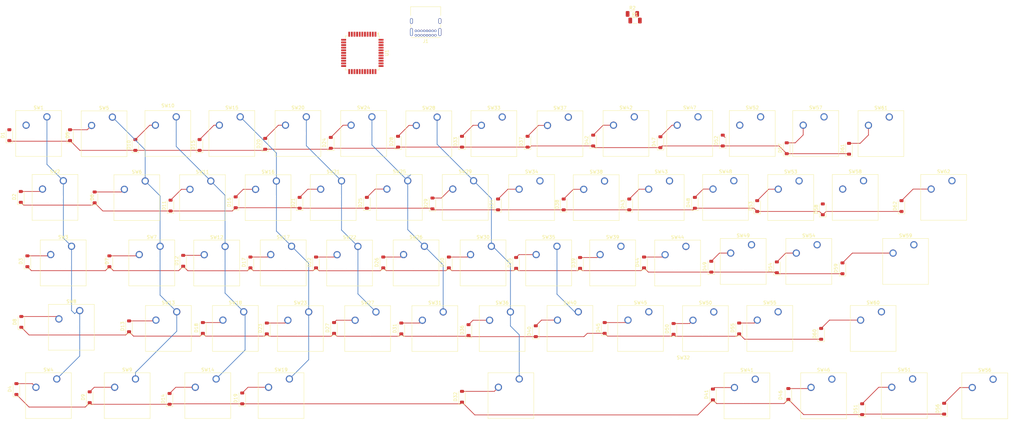
<source format=kicad_pcb>
(kicad_pcb (version 20240108) (generator "pcbnew") (generator_version "8.0")
  (layers (0 "F.Cu" signal) (31 "B.Cu" signal) (34 "B.Paste" user) (35 "F.Paste" user) (36 "B.SilkS" user "B.Silkscreen") (37 "F.SilkS" user "F.Silkscreen") (38 "B.Mask" user) (39 "F.Mask" user) (44 "Edge.Cuts" user))
  (net 0 "")
  (net 1 "Net-(D1-A)")
  (net 2 "Net-(D1-K)")
  (net 3 "Net-(D2-A)")
  (net 4 "Net-(D11-K)")
  (net 5 "Net-(D3-A)")
  (net 6 "Net-(D12-K)")
  (net 7 "Net-(D14-K)")
  (net 8 "Net-(D4-A)")
  (net 9 "Net-(D5-A)")
  (net 10 "Net-(D6-A)")
  (net 11 "Net-(D7-A)")
  (net 12 "Net-(D8-A)")
  (net 13 "Net-(D13-K)")
  (net 14 "Net-(D9-A)")
  (net 15 "Net-(D10-A)")
  (net 16 "Net-(D11-A)")
  (net 17 "Net-(D12-A)")
  (net 18 "Net-(D13-A)")
  (net 19 "Net-(D14-A)")
  (net 20 "Net-(D15-A)")
  (net 21 "Net-(D16-A)")
  (net 22 "Net-(D17-A)")
  (net 23 "Net-(D18-A)")
  (net 24 "Net-(D19-A)")
  (net 25 "Net-(D20-A)")
  (net 26 "Net-(D21-A)")
  (net 27 "Net-(D22-A)")
  (net 28 "Net-(D23-A)")
  (net 29 "Net-(D24-A)")
  (net 30 "Net-(D25-A)")
  (net 31 "Net-(D26-A)")
  (net 32 "Net-(D27-A)")
  (net 33 "Net-(D28-A)")
  (net 34 "Net-(D29-A)")
  (net 35 "Net-(D30-A)")
  (net 36 "Net-(D31-A)")
  (net 37 "Net-(D32-A)")
  (net 38 "Net-(D33-A)")
  (net 39 "Net-(D34-A)")
  (net 40 "Net-(D35-A)")
  (net 41 "Net-(D36-A)")
  (net 42 "Net-(D37-A)")
  (net 43 "Net-(D38-A)")
  (net 44 "Net-(D39-A)")
  (net 45 "Net-(D40-A)")
  (net 46 "Net-(D41-A)")
  (net 47 "Net-(D42-A)")
  (net 48 "Net-(D43-A)")
  (net 49 "Net-(D44-A)")
  (net 50 "Net-(D46-A)")
  (net 51 "Net-(D47-A)")
  (net 52 "Net-(D48-A)")
  (net 53 "Net-(D49-A)")
  (net 54 "Net-(D50-A)")
  (net 55 "Net-(D51-A)")
  (net 56 "Net-(D52-A)")
  (net 57 "Net-(D53-A)")
  (net 58 "Net-(D54-A)")
  (net 59 "Net-(D55-A)")
  (net 60 "Net-(D56-A)")
  (net 61 "Net-(D57-A)")
  (net 62 "Net-(D58-A)")
  (net 63 "Net-(D59-A)")
  (net 64 "Net-(D60-A)")
  (net 65 "Net-(D61-A)")
  (net 66 "Net-(D62-A)")
  (net 67 "Net-(J1-SHIELD)")
  (net 68 "Net-(U1-VBUS)")
  (net 69 "Net-(U1-D+)")
  (net 70 "Net-(J1-CC1)")
  (net 71 "Net-(U1-D-)")
  (net 72 "Net-(J1-CC2)")
  (net 73 "Net-(U1-~{HWB}{slash}PE2)")
  (net 74 "Net-(U1-PD7)")
  (net 75 "Net-(U1-PD6)")
  (net 76 "Net-(U1-PD5)")
  (net 77 "Net-(U1-PD4)")
  (net 78 "Net-(U1-PD3)")
  (net 79 "Net-(U1-PD2)")
  (net 80 "Net-(U1-PD1)")
  (net 81 "Net-(U1-PC7)")
  (net 82 "Net-(U1-PB7)")
  (net 83 "Net-(U1-PB6)")
  (net 84 "Net-(U1-PB5)")
  (net 87 "Net-(U1-VCC-Pad14)")
  (net 98 "Net-(U1-AVCC-Pad24)")
  (net 101 "Net-(D45-A)")
  (net 102 "Net-(U1-PD0)")
  (net 103 "Net-(U1-PC6)")
  (footprint "Button_Switch_Keyboard:SW_Cherry_MX_1.00u_PCB" (layer "F.Cu") (at 41 55)
    (property "Reference" "SW5")
    (property "Value" "1")
  )
  (footprint "Diode_SMD:D_SOD-123" (layer "F.Cu") (at 138.58 81.35 90)
    (property "Reference" "D29")
    (property "Value" "D")
  )
  (footprint "Diode_SMD:D_SOD-123" (layer "F.Cu") (at 257.58 83.15 90)
    (property "Reference" "D58")
    (property "Value" "D")
  )
  (footprint "Diode_SMD:D_SOD-123" (layer "F.Cu") (at 227.08 62.15 90)
    (property "Reference" "D52")
    (property "Value" "D")
  )
  (footprint "Button_Switch_Keyboard:SW_Cherry_MX_1.00u_PCB" (layer "F.Cu") (at 136.12 94.42)
    (property "Reference" "SW26")
    (property "Value" "g")
  )
  (footprint "Button_Switch_Keyboard:SW_Cherry_MX_1.00u_PCB" (layer "F.Cu") (at 200.12 54.92)
    (property "Reference" "SW42")
    (property "Value" "9")
  )
  (footprint "Button_Switch_Keyboard:SW_Cherry_MX_1.00u_PCB" (layer "F.Cu") (at 151.12 74.42)
    (property "Reference" "SW29")
    (property "Value" "y")
  )
  (footprint "Button_Switch_Keyboard:SW_Cherry_MX_1.00u_PCB" (layer "F.Cu") (at 95.62 94.42)
    (property "Reference" "SW17")
    (property "Value" "d")
  )
  (footprint "Diode_SMD:D_SOD-123" (layer "F.Cu") (at 294.58 144 90)
    (property "Reference" "D56")
    (property "Value" "D")
  )
  (footprint "Button_Switch_Keyboard:SW_Cherry_MX_1.00u_PCB" (layer "F.Cu") (at 121.35 114.46)
    (property "Reference" "SW27")
    (property "Value" "v")
  )
  (footprint "Diode_SMD:D_SOD-123" (layer "F.Cu") (at 281.58 82.15 90)
    (property "Reference" "D62")
    (property "Value" "D")
  )
  (footprint "Button_Switch_Keyboard:SW_Cherry_MX_1.00u_PCB" (layer "F.Cu") (at 215.85 94.46)
    (property "Reference" "SW44")
    (property "Value" "l")
  )
  (footprint "Resistor_SMD:R_1206_3216Metric" (layer "F.Cu") (at 200.3475 25.52)
    (property "Reference" "R1")
    (property "Value" "R5.1k")
  )
  (footprint "Diode_SMD:D_SOD-123" (layer "F.Cu") (at 35.58 79.5 90)
    (property "Reference" "D6")
    (property "Value" "D")
  )
  (footprint "Button_Switch_Keyboard:SW_Cherry_MX_2.00u_PCB" (layer "F.Cu") (at 31.04 114.0625)
    (property "Reference" "SW8")
    (property "Value" "Shift")
  )
  (footprint "Button_Switch_Keyboard:SW_Cherry_MX_2.25u_PCB" (layer "F.Cu") (at 275.46 114.42)
    (property "Reference" "SW60")
    (property "Value" "shift")
  )
  (footprint "Diode_SMD:D_SOD-123" (layer "F.Cu") (at 128.08 62.5 90)
    (property "Reference" "D28")
    (property "Value" "D")
  )
  (footprint "Package_QFP:TQFP-44_10x10mm_P0.8mm" (layer "F.Cu") (at 117.2 35.4 -90)
    (property "Reference" "U1")
    (property "Value" "ATmega32U4-A")
  )
  (footprint "Button_Switch_Keyboard:SW_Cherry_MX_1.00u_PCB" (layer "F.Cu") (at 180 55)
    (property "Reference" "SW37")
    (property "Value" "8")
  )
  (footprint "Button_Switch_Keyboard:SW_Cherry_MX_1.00u_PCB" (layer "F.Cu") (at 141.85 114.46)
    (property "Reference" "SW31")
    (property "Value" "b")
  )
  (footprint "Diode_SMD:D_SOD-123" (layer "F.Cu") (at 269.58 144.15 90)
    (property "Reference" "D51")
    (property "Value" "D")
  )
  (footprint "Diode_SMD:D_SOD-123" (layer "F.Cu") (at 48 63.5 90)
    (property "Reference" "D10")
    (property "Value" "D")
  )
  (footprint "Diode_SMD:D_SOD-123" (layer "F.Cu") (at 103.08 99.35 90)
    (property "Reference" "D22")
    (property "Value" "D")
  )
  (footprint "Diode_SMD:D_SOD-123" (layer "F.Cu") (at 147.58 140.35 90)
    (property "Reference" "D32")
    (property "Value" "D")
  )
  (footprint "Diode_SMD:D_SOD-123" (layer "F.Cu") (at 237.58 82.15 90)
    (property "Reference" "D53")
    (property "Value" "D")
  )
  (footprint "Button_Switch_Keyboard:SW_Cherry_MX_1.00u_PCB" (layer "F.Cu") (at 55.54 94.42)
    (property "Reference" "SW7")
    (property "Value" "a")
  )
  (footprint "Diode_SMD:D_SOD-123" (layer "F.Cu") (at 80.58 140.85 90)
    (property "Reference" "D19")
    (property "Value" "D")
  )
  (footprint "Button_Switch_Keyboard:SW_Cherry_MX_1.00u_PCB" (layer "F.Cu") (at 159.85 54.96)
    (property "Reference" "SW33")
    (property "Value" "7")
  )
  (footprint "Button_Switch_Keyboard:SW_Cherry_MX_1.00u_PCB" (layer "F.Cu") (at 79.96 54.92)
    (property "Reference" "SW15")
    (property "Value" "3")
  )
  (footprint "Button_Switch_Keyboard:SW_Cherry_MX_1.00u_PCB" (layer "F.Cu") (at 224.35 114.46)
    (property "Reference" "SW50")
    (property "Value" ".")
  )
  (footprint "Diode_SMD:D_SOD-123" (layer "F.Cu") (at 68.58 119.35 90)
    (property "Reference" "D18")
    (property "Value" "D")
  )
  (footprint "Diode_SMD:D_SOD-123" (layer "F.Cu") (at 149.58 120 90)
    (property "Reference" "D36")
    (property "Value" "D")
  )
  (footprint "Button_Switch_Keyboard:SW_Cherry_MX_1.00u_PCB" (layer "F.Cu") (at 110.85 74.46)
    (property "Reference" "SW21")
    (property "Value" "r")
  )
  (footprint "Diode_SMD:D_SOD-123" (layer "F.Cu") (at 170.08 120.35 90)
    (property "Reference" "D40")
    (property "Value" "D")
  )
  (footprint "Diode_SMD:D_SOD-123" (layer "F.Cu") (at 78.58 81 90)
    (property "Reference" "D16")
    (property "Value" "D")
  )
  (footprint "Diode_SMD:D_SOD-123" (layer "F.Cu") (at 28.08 60.5 90)
    (property "Reference" "D5")
    (property "Value" "D")
  )
  (footprint "Diode_SMD:D_SOD-123" (layer "F.Cu") (at 147.58 62.5 90)
    (property "Reference" "D33")
    (property "Value" "D")
  )
  (footprint "Button_Switch_Keyboard:SW_Cherry_MX_6.25u_PCB" (layer "F.Cu") (at 165.04 134.92)
    (property "Reference" "SW32")
    (property "Value" "Space")
  )
  (footprint "Button_Switch_Keyboard:SW_Cherry_MX_1.00u_PCB" (layer "F.Cu") (at 100.85 114.46)
    (property "Reference" "SW23")
    (property "Value" "c")
  )
  (footprint "Button_Switch_Keyboard:SW_Cherry_MX_1.00u_PCB" (layer "F.Cu") (at 131.04 74.42)
    (property "Reference" "SW25")
    (property "Value" "t")
  )
  (footprint "Diode_SMD:D_SOD-123" (layer "F.Cu") (at 13.23 117.5 90)
    (property "Reference" "D8")
    (property "Value" "D")
  )
  (footprint "Diode_SMD:D_SOD-123" (layer "F.Cu") (at 129.08 119.5 90)
    (property "Reference" "D31")
    (property "Value" "D")
  )
  (footprint "Button_Switch_Keyboard:SW_Cherry_MX_1.00u_PCB" (layer "F.Cu") (at 156.54 94.42)
    (property "Reference" "SW30")
    (property "Value" "h")
  )
  (footprint "Diode_SMD:D_SOD-123" (layer "F.Cu") (at 83.08 99.35 90)
    (property "Reference" "D17")
    (property "Value" "D")
  )
  (footprint "Connector_USB:USB_C_Receptacle_GCT_USB4085" (layer "F.Cu") (at 139.475 30.025 180)
    (property "Reference" "J1")
    (property "Value" "USB_C_Receptacle_USB2.0_14P")
  )
  (footprint "Button_Switch_Keyboard:SW_Cherry_MX_1.00u_PCB" (layer "F.Cu") (at 60.46 54.92)
    (property "Reference" "SW10")
    (property "Value" "2")
  )
  (footprint "Diode_SMD:D_SOD-123" (layer "F.Cu") (at 167.58 62.5 90)
    (property "Reference" "D37")
    (property "Value" "D")
  )
  (footprint "Button_Switch_Keyboard:SW_Cherry_MX_1.00u_PCB" (layer "F.Cu") (at 100.12 54.92)
    (property "Reference" "SW20")
    (property "Value" "4")
  )
  (footprint "Button_Switch_Keyboard:SW_Cherry_MX_1.25u_PCB" (layer "F.Cu") (at 260.35 134.96)
    (property "Reference" "SW46")
    (property "Value" "Mute")
  )
  (footprint "Button_Switch_Keyboard:SW_Cherry_MX_1.00u_PCB" (layer "F.Cu") (at 204.54 114.42)
    (property "Reference" "SW45")
    (property "Value" ",")
  )
  (footprint "Diode_SMD:D_SOD-123" (layer "F.Cu") (at 87.58 63.15 90)
    (property "Reference" "D20")
    (property "Value" "D")
  )
  (footprint "Diode_SMD:D_SOD-123" (layer "F.Cu") (at 223.58 100.65 90)
    (property "Reference" "D49")
    (property "Value" "D")
  )
  (footprint "Button_Switch_Keyboard:SW_Cherry_MX_1.00u_PCB" (layer "F.Cu") (at 176.54 94.42)
    (property "Reference" "SW35")
    (property "Value" "j")
  )
  (footprint "Diode_SMD:D_SOD-123" (layer "F.Cu") (at 232.08 119.5 90)
    (property "Reference" "D55")
    (property "Value" "D")
  )
  (footprint "Button_Switch_Keyboard:SW_Cherry_MX_1.00u_PCB" (layer "F.Cu") (at 171.35 74.46)
    (property "Reference" "SW34")
    (property "Value" "u")
  )
  (footprint "Button_Switch_Keyboard:SW_Cherry_MX_1.00u_PCB" (layer "F.Cu") (at 243.96 114.42)
    (property "Reference" "SW55")
    (property "Value" "/")
  )
  (footprint "Resistor_SMD:R_1206_3216Metric" (layer "F.Cu") (at 199.5375 23.5)
    (property "Reference" "R2")
    (property "Value" "R5.1k")
  )
  (footprint "Diode_SMD:D_SOD-123" (layer "F.Cu") (at 123.58 99.35 90)
    (property "Reference" "D26")
    (property "Value" "D")
  )
  (footprint "Button_Switch_Keyboard:SW_Cherry_MX_1.00u_PCB" (layer "F.Cu") (at 270 74.42)
    (property "Reference" "SW58")
    (property "Value" "]")
  )
  (footprint "Button_Switch_Keyboard:SW_Cherry_MX_1.00u_PCB" (layer "F.Cu") (at 257.96 54.92)
    (property "Reference" "SW57")
    (property "Value" "=")
  )
  (footprint "Diode_SMD:D_SOD-123" (layer "F.Cu") (at 46.08 118.85 90)
    (property "Reference" "D13")
    (property "Value" "D")
  )
  (footprint "Diode_SMD:D_SOD-123" (layer "F.Cu") (at 212.08 119.65 90)
    (property "Reference" "D50")
    (property "Value" "D")
  )
  (footprint "Button_Switch_Keyboard:SW_Cherry_MX_1.25u_PCB" (layer "F.Cu") (at 237 135)
    (property "Reference" "SW41")
    (property "Value" "Alt")
  )
  (footprint "Diode_SMD:D_SOD-123" (layer "F.Cu") (at 118.58 81.15 90)
    (property "Reference" "D25")
    (property "Value" "D")
  )
  (footprint "Diode_SMD:D_SOD-123" (layer "F.Cu") (at 218.58 81.15 90)
    (property "Reference" "D48")
    (property "Value" "D")
  )
  (footprint "Diode_SMD:D_SOD-123" (layer "F.Cu") (at 198.58 81.65 90)
    (property "Reference" "D43")
    (property "Value" "D")
  )
  (footprint "Diode_SMD:D_SOD-123" (layer "F.Cu") (at 58.73 82 90)
    (property "Reference" "D11")
    (property "Value" "D")
  )
  (footprint "Button_Switch_Keyboard:SW_Cherry_MX_1.00u_PCB" (layer "F.Cu") (at 230.46 74.42)
    (property "Reference" "SW48")
    (property "Value" "p")
  )
  (footprint "Button_Switch_Keyboard:SW_Cherry_MX_1.00u_PCB" (layer "F.Cu") (at 60.62 114.42)
    (property "Reference" "SW13")
    (property "Value" "z")
  )
  (footprint "Button_Switch_Keyboard:SW_Cherry_MX_1.00u_PCB" (layer "F.Cu") (at 75.35 94.46)
    (property "Reference" "SW12")
    (property "Value" "s")
  )
  (footprint "Diode_SMD:D_SOD-123" (layer "F.Cu") (at 247.08 139.5 90)
    (property "Reference" "D46")
    (property "Value" "D")
  )
  (footprint "Diode_SMD:D_SOD-123" (layer "F.Cu") (at 11.73 138 90)
    (property "Reference" "D4")
    (property "Value" "D")
  )
  (footprint "Button_Switch_Keyboard:SW_Cherry_MX_1.00u_PCB" (layer "F.Cu") (at 81.04 114.42)
    (property "Reference" "SW18")
    (property "Value" "x")
  )
  (footprint "Button_Switch_Keyboard:SW_Cherry_MX_1.00u_PCB" (layer "F.Cu") (at 250.35 74.46)
    (property "Reference" "SW53")
    (property "Value" "[")
  )
  (footprint "Diode_SMD:D_SOD-123" (layer "F.Cu") (at 263.58 101.15 90)
    (property "Reference" "D59")
    (property "Value" "D")
  )
  (footprint "Diode_SMD:D_SOD-123" (layer "F.Cu") (at 107.58 62.85 90)
    (property "Reference" "D24")
    (property "Value" "D")
  )
  (footprint "Diode_SMD:D_SOD-123" (layer "F.Cu") (at 243.58 100.85 90)
    (property "Reference" "D54")
    (property "Value" "D")
  )
  (footprint "Diode_SMD:D_SOD-123" (layer "F.Cu") (at 187.58 62.15 90)
    (property "Reference" "D42")
    (property "Value" "D")
  )
  (footprint "Diode_SMD:D_SOD-123" (layer "F.Cu") (at 164.08 99.5 90)
    (property "Reference" "D35")
    (property "Value" "D")
  )
  (footprint "Diode_SMD:D_SOD-123" (layer "F.Cu") (at 9.58 60.5 90)
    (property "Reference" "D1")
    (property "Value" "D")
  )
  (footprint "Button_Switch_Keyboard:SW_Cherry_MX_1.00u_PCB" (layer "F.Cu") (at 71 74.5)
    (property "Reference" "SW11")
    (property "Value" "w")
  )
  (footprint "Diode_SMD:D_SOD-123" (layer "F.Cu") (at 265.58 64.65 90)
    (property "Reference" "D61")
    (property "Value" "D")
  )
  (footprint "Button_Switch_Keyboard:SW_Cherry_MX_1.50u_PCB" (layer "F.Cu") (at 26.04 74.42)
    (property "Reference" "SW2")
    (property "Value" "tab")
  )
  (footprint "Button_Switch_Keyboard:SW_Cherry_MX_1.00u_PCB" (layer "F.Cu") (at 120.12 54.92)
    (property "Reference" "SW24")
    (property "Value" "5")
  )
  (footprint "Button_Switch_Keyboard:SW_Cherry_MX_1.25u_PCB" (layer "F.Cu") (at 72.62 134.92)
    (property "Reference" "SW14")
    (property "Value" "OS")
  )
  (footprint "Diode_SMD:D_SOD-123" (layer "F.Cu") (at 98.08 81.15 90)
    (property "Reference" "D21")
    (property "Value" "D")
  )
  (footprint "Diode_SMD:D_SOD-123" (layer "F.Cu") (at 246.58 64.5 90)
    (property "Reference" "D57")
    (property "Value" "D")
  )
  (footprint "Diode_SMD:D_SOD-123" (layer "F.Cu") (at 224.08 139.65 90)
    (property "Reference" "D41")
    (property "Value" "D")
  )
  (footprint "Button_Switch_Keyboard:SW_Cherry_MX_1.75u_PCB" (layer "F.Cu") (at 296.96 74.42)
    (property "Reference" "SW62")
    (property "Value" "\\")
  )
  (footprint "Button_Switch_Keyboard:SW_Cherry_MX_1.00u_PCB" (layer "F.Cu") (at 210.85 74.46)
    (property "Reference" "SW43")
    (property "Value" "o")
  )
  (footprint "Button_Switch_Keyboard:SW_Cherry_MX_1.00u_PCB" (layer "F.Cu") (at 91 74.5)
    (property "Reference" "SW16")
    (property "Value" "e")
  )
  (footprint "Diode_SMD:D_SOD-123" (layer "F.Cu") (at 67.58 63.5 90)
    (property "Reference" "D15")
    (property "Value" "D")
  )
  (footprint "Button_Switch_Keyboard:SW_Cherry_MX_1.00u_PCB" (layer "F.Cu") (at 115.85 94.46)
    (property "Reference" "SW22")
    (property "Value" "f")
  )
  (footprint "Button_Switch_Keyboard:SW_Cherry_MX_1.00u_PCB" (layer "F.Cu") (at 94.96 134.92)
    (property "Reference" "SW19")
    (property "Value" "Alt")
  )
  (footprint "Diode_SMD:D_SOD-123" (layer "F.Cu") (at 158.58 81.65 90)
    (property "Reference" "D34")
    (property "Value" "D")
  )
  (footprint "Diode_SMD:D_SOD-123" (layer "F.Cu") (at 203.08 99.35 90)
    (property "Reference" "D44")
    (property "Value" "D")
  )
  (footprint "Button_Switch_Keyboard:SW_Cherry_MX_2.00u_PCB" (layer "F.Cu") (at 285.35 93.96)
    (property "Reference" "SW59")
    (property "Value" "Enter")
  )
  (footprint "Button_Switch_Keyboard:SW_Cherry_MX_1.25u_PCB" (layer "F.Cu") (at 284.96 134.92)
    (property "Reference" "SW51")
    (property "Value" "Vol up")
  )
  (footprint "Button_Switch_Keyboard:SW_Cherry_MX_1.00u_PCB" (layer "F.Cu") (at 140 55)
    (property "Reference" "SW28")
    (property "Value" "6")
  )
  (footprint "Diode_SMD:D_SOD-123" (layer "F.Cu") (at 88.08 119.5 90)
    (property "Reference" "D23")
    (property "Value" "D")
  )
  (footprint "Button_Switch_Keyboard:SW_Cherry_MX_1.00u_PCB" (layer "F.Cu") (at 191.04 74.5)
    (property "Reference" "SW38")
    (property "Value" "i")
  )
  (footprint "Button_Switch_Keyboard:SW_Cherry_MX_1.00u_PCB" (layer "F.Cu") (at 238.62 54.92)
    (property "Reference" "SW52")
    (property "Value" "-")
  )
  (footprint "Button_Switch_Keyboard:SW_Cherry_MX_1.00u_PCB" (layer "F.Cu") (at 255.85 93.96)
    (property "Reference" "SW54")
    (property "Value" "'")
  )
  (footprint "Diode_SMD:D_SOD-123" (layer "F.Cu") (at 15.08 99 90)
    (property "Reference" "D3")
    (property "Value" "D")
  )
  (footprint "Diode_SMD:D_SOD-123" (layer "F.Cu") (at 208.08 62.65 90)
    (property "Reference" "D47")
    (property "Value" "D")
  )
  (footprint "Button_Switch_Keyboard:SW_Cherry_MX_1.25u_PCB" (layer "F.Cu") (at 48.04 134.92)
    (property "Reference" "SW9")
    (property "Value" "Fn")
  )
  (footprint "Button_Switch_Keyboard:SW_Cherry_MX_1.00u_PCB" (layer "F.Cu") (at 162.35 114.46)
    (property "Reference" "SW36")
    (property "Value" "n")
  )
  (footprint "Button_Switch_Keyboard:SW_Cherry_MX_1.00u_PCB" (layer "F.Cu") (at 219.54 54.92)
    (property "Reference" "SW47")
    (property "Value" "0")
  )
  (footprint "Button_Switch_Keyboard:SW_Cherry_MX_1.00u_PCB" (layer "F.Cu") (at 51 74.5)
    (property "Reference" "SW6")
    (property "Value" "q")
  )
  (footprint "Diode_SMD:D_SOD-123" (layer "F.Cu") (at 62.58 98.85 90)
    (property "Reference" "D12")
    (property "Value" "D")
  )
  (footprint "Diode_SMD:D_SOD-123" (layer "F.Cu") (at 178.58 81.65 90)
    (property "Reference" "D38")
    (property "Value" "D")
  )
  (footprint "Button_Switch_Keyboard:SW_Cherry_MX_1.00u_PCB" (layer "F.Cu") (at 196.04 94.42)
    (property "Reference" "SW39")
    (property "Value" "k")
  )
  (footprint "Diode_SMD:D_SOD-123" (layer "F.Cu") (at 191.08 119.35 90)
    (property "Reference" "D45")
    (property "Value" "D")
  )
  (footprint "Diode_SMD:D_SOD-123" (layer "F.Cu") (at 257.08 121.15 90)
    (property "Reference" "D60")
    (property "Value" "D")
  )
  (footprint "Diode_SMD:D_SOD-123" (layer "F.Cu") (at 143.58 99.35 90)
    (property "Reference" "D30")
    (property "Value" "D")
  )
  (footprint "Diode_SMD:D_SOD-123" (layer "F.Cu") (at 13.08 79.35 90)
    (property "Reference" "D2")
    (property "Value" "D")
  )
  (footprint "Diode_SMD:D_SOD-123" (layer "F.Cu") (at 108.58 119.35 90)
    (property "Reference" "D27")
    (property "Value" "D")
  )
  (footprint "Button_Switch_Keyboard:SW_Cherry_MX_1.00u_PCB" (layer "F.Cu") (at 183.04 114.42)
    (property "Reference" "SW40")
    (property "Value" "m")
  )
  (footprint "Diode_SMD:D_SOD-123" (layer "F.Cu") (at 183.58 99.5 90)
    (property "Reference" "D39")
    (property "Value" "D")
  )
  (footprint "Button_Switch_Keyboard:SW_Cherry_MX_1.00u_PCB" (layer "F.Cu") (at 277.85 54.96)
    (property "Reference" "SW61")
    (property "Value" "PrtScreen")
  )
  (footprint "Button_Switch_Keyboard:SW_Cherry_MX_1.00u_PCB" (layer "F.Cu") (at 235.85 93.96)
    (property "Reference" "SW49")
    (property "Value" ";")
  )
  (footprint "Diode_SMD:D_SOD-123" (layer "F.Cu") (at 34.08 140.5 90)
    (property "Reference" "D9")
    (property "Value" "D")
  )
  (footprint "Button_Switch_Keyboard:SW_Cherry_MX_1.00u_PCB" (layer "F.Cu") (at 21.04 54.92)
    (property "Reference" "SW1")
    (property "Value" ",")
  )
  (footprint "Diode_SMD:D_SOD-123" (layer "F.Cu") (at 58.43 141 90)
    (property "Reference" "D14")
    (property "Value" "D")
  )
  (footprint "Button_Switch_Keyboard:SW_Cherry_MX_1.75u_PCB" (layer "F.Cu") (at 28.54 94.42)
    (property "Reference" "SW3")
    (property "Value" "magic")
  )
  (footprint "Button_Switch_Keyboard:SW_Cherry_MX_1.25u_PCB" (layer "F.Cu") (at 309.5 135)
    (property "Reference" "SW56")
    (property "Value" "Vol Down")
  )
  (footprint "Button_Switch_Keyboard:SW_Cherry_MX_1.25u_PCB" (layer "F.Cu") (at 24.04 134.92)
    (property "Reference" "SW4")
    (property "Value" "Ctrl")
  )
  (footprint "Diode_SMD:D_SOD-123" (layer "F.Cu") (at 40.08 99 90)
    (property "Reference" "D7")
    (property "Value" "D")
  )
  (segment (start 132 72.5) (end 131.48 73.02) (width 0.2) (layer "B.Cu") (net 0))
  (segment (start 131.48 73.02) (end 131.04 73.02) (width 0.2) (layer "B.Cu") (net 0))
  (segment (start 265.43 66.15) (end 265.58 66.3) (width 0.2) (layer "F.Cu") (net 2))
  (segment (start 168.35 64.15) (end 168.7 63.8) (width 0.2) (layer "F.Cu") (net 2))
  (segment (start 27.88 62.35) (end 28.08 62.15) (width 0.2) (layer "F.Cu") (net 2))
  (segment (start 244.23 63.8) (end 246.58 66.15) (width 0.2) (layer "F.Cu") (net 2))
  (segment (start 188.08 64.3) (end 187.58 63.8) (width 0.2) (layer "F.Cu") (net 2))
  (segment (start 246.58 66.15) (end 265.43 66.15) (width 0.2) (layer "F.Cu") (net 2))
  (segment (start 9.58 62.15) (end 9.78 62.35) (width 0.2) (layer "F.Cu") (net 2))
  (segment (start 9.78 62.35) (end 27.88 62.35) (width 0.2) (layer "F.Cu") (net 2))
  (segment (start 87.23 65.15) (end 87.58 64.8) (width 0.2) (layer "F.Cu") (net 2))
  (segment (start 168.7 63.8) (end 187.58 63.8) (width 0.2) (layer "F.Cu") (net 2))
  (segment (start 28.08 62.15) (end 31.08 65.15) (width 0.2) (layer "F.Cu") (net 2))
  (segment (start 227.08 63.8) (end 208.58 63.8) (width 0.2) (layer "F.Cu") (net 2))
  (segment (start 67.58 65.15) (end 87.23 65.15) (width 0.2) (layer "F.Cu") (net 2))
  (segment (start 167.58 64.15) (end 147.58 64.15) (width 0.2) (layer "F.Cu") (net 2))
  (segment (start 208.08 64.3) (end 188.08 64.3) (width 0.2) (layer "F.Cu") (net 2))
  (segment (start 208.58 63.8) (end 208.08 64.3) (width 0.2) (layer "F.Cu") (net 2))
  (segment (start 107.58 64.5) (end 127.73 64.5) (width 0.2) (layer "F.Cu") (net 2))
  (segment (start 107.28 64.8) (end 107.58 64.5) (width 0.2) (layer "F.Cu") (net 2))
  (segment (start 31.08 65.15) (end 67.58 65.15) (width 0.2) (layer "F.Cu") (net 2))
  (segment (start 167.58 64.15) (end 168.35 64.15) (width 0.2) (layer "F.Cu") (net 2))
  (segment (start 128.08 64.15) (end 147.58 64.15) (width 0.2) (layer "F.Cu") (net 2))
  (segment (start 227.08 63.8) (end 244.23 63.8) (width 0.2) (layer "F.Cu") (net 2))
  (segment (start 87.58 64.8) (end 107.28 64.8) (width 0.2) (layer "F.Cu") (net 2))
  (segment (start 127.73 64.5) (end 128.08 64.15) (width 0.2) (layer "F.Cu") (net 2))
  (segment (start 18.95 77.7) (end 19.69 76.96) (width 0.2) (layer "F.Cu") (net 3))
  (segment (start 13.08 77.7) (end 18.95 77.7) (width 0.2) (layer "F.Cu") (net 3))
  (segment (start 13.93 81.85) (end 34.88 81.85) (width 0.2) (layer "F.Cu") (net 4))
  (segment (start 35.58 81.15) (end 38.08 83.65) (width 0.2) (layer "F.Cu") (net 4))
  (segment (start 218.58 82.8) (end 236.58 82.8) (width 0.2) (layer "F.Cu") (net 4))
  (segment (start 281.58 83.8) (end 258.58 83.8) (width 0.2) (layer "F.Cu") (net 4))
  (segment (start 98.08 82.8) (end 118.58 82.8) (width 0.2) (layer "F.Cu") (net 4))
  (segment (start 198.58 83.3) (end 218.08 83.3) (width 0.2) (layer "F.Cu") (net 4))
  (segment (start 77.58 83.65) (end 78.58 82.65) (width 0.2) (layer "F.Cu") (net 4))
  (segment (start 158.58 83.3) (end 138.88 83.3) (width 0.2) (layer "F.Cu") (net 4))
  (segment (start 78.58 82.65) (end 97.93 82.65) (width 0.2) (layer "F.Cu") (net 4))
  (segment (start 236.58 82.8) (end 237.58 83.8) (width 0.2) (layer "F.Cu") (net 4))
  (segment (start 237.58 83.8) (end 256.58 83.8) (width 0.2) (layer "F.Cu") (net 4))
  (segment (start 138.38 82.8) (end 138.58 83) (width 0.2) (layer "F.Cu") (net 4))
  (segment (start 258.58 83.8) (end 257.58 84.8) (width 0.2) (layer "F.Cu") (net 4))
  (segment (start 58.73 83.65) (end 77.58 83.65) (width 0.2) (layer "F.Cu") (net 4))
  (segment (start 34.88 81.85) (end 35.58 81.15) (width 0.2) (layer "F.Cu") (net 4))
  (segment (start 38.08 83.65) (end 58.73 83.65) (width 0.2) (layer "F.Cu") (net 4))
  (segment (start 118.58 82.8) (end 138.38 82.8) (width 0.2) (layer "F.Cu") (net 4))
  (segment (start 97.93 82.65) (end 98.08 82.8) (width 0.2) (layer "F.Cu") (net 4))
  (segment (start 178.58 83.3) (end 158.58 83.3) (width 0.2) (layer "F.Cu") (net 4))
  (segment (start 138.88 83.3) (end 138.58 83) (width 0.2) (layer "F.Cu") (net 4))
  (segment (start 218.08 83.3) (end 218.58 82.8) (width 0.2) (layer "F.Cu") (net 4))
  (segment (start 13.08 81) (end 13.93 81.85) (width 0.2) (layer "F.Cu") (net 4))
  (segment (start 256.58 83.8) (end 257.58 84.8) (width 0.2) (layer "F.Cu") (net 4))
  (segment (start 198.58 83.3) (end 178.58 83.3) (width 0.2) (layer "F.Cu") (net 4))
  (segment (start 21.8 97.35) (end 22.19 96.96) (width 0.2) (layer "F.Cu") (net 5))
  (segment (start 15.08 97.35) (end 21.8 97.35) (width 0.2) (layer "F.Cu") (net 5))
  (segment (start 243.58 102.5) (end 243 102.5) (width 0.2) (layer "F.Cu") (net 6))
  (segment (start 16.28 101.85) (end 15.08 100.65) (width 0.2) (layer "F.Cu") (net 6))
  (segment (start 203.08 101) (end 202.23 101.85) (width 0.2) (layer "F.Cu") (net 6))
  (segment (start 243.88 102.8) (end 243.58 102.5) (width 0.2) (layer "F.Cu") (net 6))
  (segment (start 63.97 101.89) (end 62.58 100.5) (width 0.2) (layer "F.Cu") (net 6))
  (segment (start 103.08 101) (end 102.23 101.85) (width 0.2) (layer "F.Cu") (net 6))
  (segment (start 204.38 102.3) (end 203.08 101) (width 0.2) (layer "F.Cu") (net 6))
  (segment (start 40.08 100.65) (end 38.88 101.85) (width 0.2) (layer "F.Cu") (net 6))
  (segment (start 38.88 101.85) (end 16.28 101.85) (width 0.2) (layer "F.Cu") (net 6))
  (segment (start 143.58 101) (end 142.73 101.85) (width 0.2) (layer "F.Cu") (net 6))
  (segment (start 202.23 101.85) (end 184.28 101.85) (width 0.2) (layer "F.Cu") (net 6))
  (segment (start 61.23 101.85) (end 41.28 101.85) (width 0.2) (layer "F.Cu") (net 6))
  (segment (start 83.93 101.85) (end 83.08 101) (width 0.2) (layer "F.Cu") (net 6))
  (segment (start 263.58 102.8) (end 243.88 102.8) (width 0.2) (layer "F.Cu") (net 6))
  (segment (start 124.43 101.85) (end 123.58 101) (width 0.2) (layer "F.Cu") (net 6))
  (segment (start 184.28 101.85) (end 183.58 101.15) (width 0.2) (layer "F.Cu") (net 6))
  (segment (start 142.73 101.85) (end 124.43 101.85) (width 0.2) (layer "F.Cu") (net 6))
  (segment (start 41.28 101.85) (end 40.08 100.65) (width 0.2) (layer "F.Cu") (net 6))
  (segment (start 242.8 102.3) (end 223.58 102.3) (width 0.2) (layer "F.Cu") (net 6))
  (segment (start 103.97 101.89) (end 103.08 101) (width 0.2) (layer "F.Cu") (net 6))
  (segment (start 164.08 101.15) (end 163.38 101.85) (width 0.2) (layer "F.Cu") (net 6))
  (segment (start 62.58 100.5) (end 61.23 101.85) (width 0.2) (layer "F.Cu") (net 6))
  (segment (start 122.69 101.89) (end 103.97 101.89) (width 0.2) (layer "F.Cu") (net 6))
  (segment (start 83.08 101) (end 82.19 101.89) (width 0.2) (layer "F.Cu") (net 6))
  (segment (start 123.58 101) (end 122.69 101.89) (width 0.2) (layer "F.Cu") (net 6))
  (segment (start 183.58 101.15) (end 182.88 101.85) (width 0.2) (layer "F.Cu") (net 6))
  (segment (start 243 102.5) (end 242.8 102.3) (width 0.2) (layer "F.Cu") (net 6))
  (segment (start 223.58 102.3) (end 204.38 102.3) (width 0.2) (layer "F.Cu") (net 6))
  (segment (start 144.43 101.85) (end 143.58 101) (width 0.2) (layer "F.Cu") (net 6))
  (segment (start 182.88 101.85) (end 164.78 101.85) (width 0.2) (layer "F.Cu") (net 6))
  (segment (start 164.78 101.85) (end 164.08 101.15) (width 0.2) (layer "F.Cu") (net 6))
  (segment (start 163.38 101.85) (end 144.43 101.85) (width 0.2) (layer "F.Cu") (net 6))
  (segment (start 82.19 101.89) (end 63.97 101.89) (width 0.2) (layer "F.Cu") (net 6))
  (segment (start 102.23 101.85) (end 83.93 101.85) (width 0.2) (layer "F.Cu") (net 6))
  (segment (start 219.49 145.89) (end 224.08 141.3) (width 0.2) (layer "F.Cu") (net 7))
  (segment (start 251.73 145.8) (end 247.08 141.15) (width 0.2) (layer "F.Cu") (net 7))
  (segment (start 58.58 142.5) (end 58.43 142.65) (width 0.2) (layer "F.Cu") (net 7))
  (segment (start 225.21 142.43) (end 245.8 142.43) (width 0.2) (layer "F.Cu") (net 7))
  (segment (start 147.58 142) (end 147.08 142.5) (width 0.2) (layer "F.Cu") (net 7))
  (segment (start 34.58 142.65) (end 34.08 142.15) (width 0.2) (layer "F.Cu") (net 7))
  (segment (start 80.58 142.5) (end 58.58 142.5) (width 0.2) (layer "F.Cu") (net 7))
  (segment (start 32.73 143.5) (end 34.08 142.15) (width 0.2) (layer "F.Cu") (net 7))
  (segment (start 294.58 145.65) (end 269.73 145.65) (width 0.2) (layer "F.Cu") (net 7))
  (segment (start 147.58 142) (end 151.47 145.89) (width 0.2) (layer "F.Cu") (net 7))
  (segment (start 245.8 142.43) (end 247.08 141.15) (width 0.2) (layer "F.Cu") (net 7))
  (segment (start 15.58 143.5) (end 32.73 143.5) (width 0.2) (layer "F.Cu") (net 7))
  (segment (start 58.43 142.65) (end 34.58 142.65) (width 0.2) (layer "F.Cu") (net 7))
  (segment (start 147.08 142.5) (end 80.58 142.5) (width 0.2) (layer "F.Cu") (net 7))
  (segment (start 269.58 145.8) (end 251.73 145.8) (width 0.2) (layer "F.Cu") (net 7))
  (segment (start 151.47 145.89) (end 219.49 145.89) (width 0.2) (layer "F.Cu") (net 7))
  (segment (start 269.73 145.65) (end 269.58 145.8) (width 0.2) (layer "F.Cu") (net 7))
  (segment (start 224.08 141.3) (end 225.21 142.43) (width 0.2) (layer "F.Cu") (net 7))
  (segment (start 11.73 139.65) (end 15.58 143.5) (width 0.2) (layer "F.Cu") (net 7))
  (segment (start 11.73 136.35) (end 16.58 136.35) (width 0.2) (layer "F.Cu") (net 8))
  (segment (start 16.58 136.35) (end 17.69 137.46) (width 0.2) (layer "F.Cu") (net 8))
  (segment (start 33.34 58.85) (end 34.65 57.54) (width 0.2) (layer "F.Cu") (net 9))
  (segment (start 28.08 58.85) (end 33.34 58.85) (width 0.2) (layer "F.Cu") (net 9))
  (segment (start 35.58 77.85) (end 43.84 77.85) (width 0.2) (layer "F.Cu") (net 10))
  (segment (start 43.84 77.85) (end 44.65 77.04) (width 0.2) (layer "F.Cu") (net 10))
  (segment (start 48.8 97.35) (end 49.19 96.96) (width 0.2) (layer "F.Cu") (net 11))
  (segment (start 40.08 97.35) (end 48.8 97.35) (width 0.2) (layer "F.Cu") (net 11))
  (segment (start 23.9375 115.85) (end 24.69 116.6025) (width 0.2) (layer "F.Cu") (net 12))
  (segment (start 13.23 115.85) (end 23.9375 115.85) (width 0.2) (layer "F.Cu") (net 12))
  (segment (start 231.34 121.89) (end 232.08 121.15) (width 0.2) (layer "F.Cu") (net 13))
  (segment (start 149.34 121.89) (end 149.58 121.65) (width 0.2) (layer "F.Cu") (net 13))
  (segment (start 108.58 121) (end 109.47 121.89) (width 0.2) (layer "F.Cu") (net 13))
  (segment (start 232.08 121.15) (end 233.73 122.8) (width 0.2) (layer "F.Cu") (net 13))
  (segment (start 149.93 122) (end 149.58 121.65) (width 0.2) (layer "F.Cu") (net 13))
  (segment (start 107.69 121.89) (end 108.58 121) (width 0.2) (layer "F.Cu") (net 13))
  (segment (start 69.43 121.85) (end 87.38 121.85) (width 0.2) (layer "F.Cu") (net 13))
  (segment (start 13.23 119.15) (end 15.5725 121.4925) (width 0.2) (layer "F.Cu") (net 13))
  (segment (start 45.0875 121.4925) (end 46.08 120.5) (width 0.2) (layer "F.Cu") (net 13))
  (segment (start 109.47 121.89) (end 128.34 121.89) (width 0.2) (layer "F.Cu") (net 13))
  (segment (start 212.08 121.3) (end 212.67 121.89) (width 0.2) (layer "F.Cu") (net 13))
  (segment (start 129.82 121.89) (end 149.34 121.89) (width 0.2) (layer "F.Cu") (net 13))
  (segment (start 212.08 121.3) (end 211.53 121.85) (width 0.2) (layer "F.Cu") (net 13))
  (segment (start 191.08 121) (end 185.777056 121) (width 0.2) (layer "F.Cu") (net 13))
  (segment (start 15.5725 121.4925) (end 45.0875 121.4925) (width 0.2) (layer "F.Cu") (net 13))
  (segment (start 67.73 121.85) (end 47.43 121.85) (width 0.2) (layer "F.Cu") (net 13))
  (segment (start 211.53 121.85) (end 191.93 121.85) (width 0.2) (layer "F.Cu") (net 13))
  (segment (start 170.08 122) (end 149.93 122) (width 0.2) (layer "F.Cu") (net 13))
  (segment (start 129.08 121.15) (end 129.82 121.89) (width 0.2) (layer "F.Cu") (net 13))
  (segment (start 191.93 121.85) (end 191.08 121) (width 0.2) (layer "F.Cu") (net 13))
  (segment (start 47.43 121.85) (end 46.08 120.5) (width 0.2) (layer "F.Cu") (net 13))
  (segment (start 233.73 122.8) (end 257.08 122.8) (width 0.2) (layer "F.Cu") (net 13))
  (segment (start 184.777056 122) (end 170.08 122) (width 0.2) (layer "F.Cu") (net 13))
  (segment (start 212.67 121.89) (end 231.34 121.89) (width 0.2) (layer "F.Cu") (net 13))
  (segment (start 88.08 121.15) (end 88.82 121.89) (width 0.2) (layer "F.Cu") (net 13))
  (segment (start 87.38 121.85) (end 88.08 121.15) (width 0.2) (layer "F.Cu") (net 13))
  (segment (start 128.34 121.89) (end 129.08 121.15) (width 0.2) (layer "F.Cu") (net 13))
  (segment (start 185.777056 121) (end 184.777056 122) (width 0.2) (layer "F.Cu") (net 13))
  (segment (start 68.58 121) (end 69.43 121.85) (width 0.2) (layer "F.Cu") (net 13))
  (segment (start 88.82 121.89) (end 107.69 121.89) (width 0.2) (layer "F.Cu") (net 13))
  (segment (start 68.58 121) (end 67.73 121.85) (width 0.2) (layer "F.Cu") (net 13))
  (segment (start 35.47 137.46) (end 34.08 138.85) (width 0.2) (layer "F.Cu") (net 14))
  (segment (start 41.69 137.46) (end 35.47 137.46) (width 0.2) (layer "F.Cu") (net 14))
  (segment (start 52.39 57.46) (end 54.11 57.46) (width 0.2) (layer "F.Cu") (net 15))
  (segment (start 48 61.85) (end 52.39 57.46) (width 0.2) (layer "F.Cu") (net 15))
  (segment (start 58.73 80.35) (end 62.04 77.04) (width 0.2) (layer "F.Cu") (net 16))
  (segment (start 62.04 77.04) (end 64.65 77.04) (width 0.2) (layer "F.Cu") (net 16))
  (segment (start 62.58 97.2) (end 69.2 97.2) (width 0.2) (layer "F.Cu") (net 17))
  (segment (start 69.2 97.2) (end 69 97) (width 0.2) (layer "F.Cu") (net 17))
  (segment (start 54.03 117.2) (end 54.27 116.96) (width 0.2) (layer "F.Cu") (net 18))
  (segment (start 46.08 117.2) (end 54.03 117.2) (width 0.2) (layer "F.Cu") (net 18))
  (segment (start 66.27 137.46) (end 60.32 137.46) (width 0.2) (layer "F.Cu") (net 19))
  (segment (start 60.32 137.46) (end 58.43 139.35) (width 0.2) (layer "F.Cu") (net 19))
  (segment (start 71.97 57.46) (end 73.61 57.46) (width 0.2) (layer "F.Cu") (net 20))
  (segment (start 67.58 61.85) (end 71.97 57.46) (width 0.2) (layer "F.Cu") (net 20))
  (segment (start 78.58 79.35) (end 80.89 77.04) (width 0.2) (layer "F.Cu") (net 21))
  (segment (start 80.89 77.04) (end 84.65 77.04) (width 0.2) (layer "F.Cu") (net 21))
  (segment (start 83.08 97.7) (end 88.53 97.7) (width 0.2) (layer "F.Cu") (net 22))
  (segment (start 88.53 97.7) (end 89.27 96.96) (width 0.2) (layer "F.Cu") (net 22))
  (segment (start 73.95 117.7) (end 74.69 116.96) (width 0.2) (layer "F.Cu") (net 23))
  (segment (start 68.58 117.7) (end 73.95 117.7) (width 0.2) (layer "F.Cu") (net 23))
  (segment (start 80.58 139.2) (end 82.32 137.46) (width 0.2) (layer "F.Cu") (net 24))
  (segment (start 82.32 137.46) (end 88.61 137.46) (width 0.2) (layer "F.Cu") (net 24))
  (segment (start 87.58 61.5) (end 91.62 57.46) (width 0.2) (layer "F.Cu") (net 25))
  (segment (start 91.62 57.46) (end 93.77 57.46) (width 0.2) (layer "F.Cu") (net 25))
  (segment (start 98.08 79.5) (end 100.58 77) (width 0.2) (layer "F.Cu") (net 26))
  (segment (start 100.58 77) (end 104.5 77) (width 0.2) (layer "F.Cu") (net 26))
  (segment (start 108.8 97.7) (end 109.5 97) (width 0.2) (layer "F.Cu") (net 27))
  (segment (start 103.08 97.7) (end 108.8 97.7) (width 0.2) (layer "F.Cu") (net 27))
  (segment (start 88.08 117.85) (end 93.65 117.85) (width 0.2) (layer "F.Cu") (net 28))
  (segment (start 93.65 117.85) (end 94.5 117) (width 0.2) (layer "F.Cu") (net 28))
  (segment (start 111.32 57.46) (end 113.77 57.46) (width 0.2) (layer "F.Cu") (net 29))
  (segment (start 107.58 61.2) (end 111.32 57.46) (width 0.2) (layer "F.Cu") (net 29))
  (segment (start 118.58 79.5) (end 121.12 76.96) (width 0.2) (layer "F.Cu") (net 30))
  (segment (start 121.12 76.96) (end 124.69 76.96) (width 0.2) (layer "F.Cu") (net 30))
  (segment (start 123.58 97.7) (end 129.03 97.7) (width 0.2) (layer "F.Cu") (net 31))
  (segment (start 129.03 97.7) (end 129.77 96.96) (width 0.2) (layer "F.Cu") (net 31))
  (segment (start 115 117) (end 109.28 117) (width 0.2) (layer "F.Cu") (net 32))
  (segment (start 109.28 117) (end 108.58 117.7) (width 0.2) (layer "F.Cu") (net 32))
  (segment (start 131.39 57.54) (end 133.65 57.54) (width 0.2) (layer "F.Cu") (net 33))
  (segment (start 128.08 60.85) (end 131.39 57.54) (width 0.2) (layer "F.Cu") (net 33))
  (segment (start 141.3 79.7) (end 138.58 79.7) (width 0.2) (layer "F.Cu") (net 34))
  (segment (start 144.77 76.96) (end 144.04 76.96) (width 0.2) (layer "F.Cu") (net 34))
  (segment (start 144.04 76.96) (end 141.3 79.7) (width 0.2) (layer "F.Cu") (net 34))
  (segment (start 143.58 97.7) (end 149.45 97.7) (width 0.2) (layer "F.Cu") (net 35))
  (segment (start 149.45 97.7) (end 150.19 96.96) (width 0.2) (layer "F.Cu") (net 35))
  (segment (start 129.08 117.85) (end 134.65 117.85) (width 0.2) (layer "F.Cu") (net 36))
  (segment (start 134.65 117.85) (end 135.5 117) (width 0.2) (layer "F.Cu") (net 36))
  (segment (start 157.45 138.7) (end 158.69 137.46) (width 0.2) (layer "F.Cu") (net 37))
  (segment (start 147.58 138.7) (end 157.45 138.7) (width 0.2) (layer "F.Cu") (net 37))
  (segment (start 147.58 60.85) (end 150.93 57.5) (width 0.2) (layer "F.Cu") (net 38))
  (segment (start 150.93 57.5) (end 153.5 57.5) (width 0.2) (layer "F.Cu") (net 38))
  (segment (start 158.58 80) (end 161.58 77) (width 0.2) (layer "F.Cu") (net 39))
  (segment (start 161.58 77) (end 165 77) (width 0.2) (layer "F.Cu") (net 39))
  (segment (start 164.97 96.96) (end 164.08 97.85) (width 0.2) (layer "F.Cu") (net 40))
  (segment (start 170.19 96.96) (end 164.97 96.96) (width 0.2) (layer "F.Cu") (net 40))
  (segment (start 149.58 118.35) (end 150.93 117) (width 0.2) (layer "F.Cu") (net 41))
  (segment (start 150.93 117) (end 156 117) (width 0.2) (layer "F.Cu") (net 41))
  (segment (start 167.58 60.85) (end 170.89 57.54) (width 0.2) (layer "F.Cu") (net 42))
  (segment (start 170.89 57.54) (end 173.65 57.54) (width 0.2) (layer "F.Cu") (net 42))
  (segment (start 178.58 80) (end 181.54 77.04) (width 0.2) (layer "F.Cu") (net 43))
  (segment (start 181.54 77.04) (end 184.69 77.04) (width 0.2) (layer "F.Cu") (net 43))
  (segment (start 188.8 97.85) (end 189.69 96.96) (width 0.2) (layer "F.Cu") (net 44))
  (segment (start 183.58 97.85) (end 188.8 97.85) (width 0.2) (layer "F.Cu") (net 44))
  (segment (start 171.82 116.96) (end 176.69 116.96) (width 0.2) (layer "F.Cu") (net 45))
  (segment (start 170.08 118.7) (end 171.82 116.96) (width 0.2) (layer "F.Cu") (net 45))
  (segment (start 224.54 137.54) (end 224.08 138) (width 0.2) (layer "F.Cu") (net 46))
  (segment (start 230.65 137.54) (end 224.54 137.54) (width 0.2) (layer "F.Cu") (net 46))
  (segment (start 190.62 57.46) (end 193.77 57.46) (width 0.2) (layer "F.Cu") (net 47))
  (segment (start 187.58 60.5) (end 190.62 57.46) (width 0.2) (layer "F.Cu") (net 47))
  (segment (start 201.58 77) (end 198.58 80) (width 0.2) (layer "F.Cu") (net 48))
  (segment (start 204.5 77) (end 201.58 77) (width 0.2) (layer "F.Cu") (net 48))
  (segment (start 208.8 97.7) (end 209.5 97) (width 0.2) (layer "F.Cu") (net 49))
  (segment (start 203.08 97.7) (end 208.8 97.7) (width 0.2) (layer "F.Cu") (net 49))
  (segment (start 247.08 137.85) (end 253.65 137.85) (width 0.2) (layer "F.Cu") (net 50))
  (segment (start 253.65 137.85) (end 254 137.5) (width 0.2) (layer "F.Cu") (net 50))
  (segment (start 208.08 61) (end 211.62 57.46) (width 0.2) (layer "F.Cu") (net 51))
  (segment (start 211.62 57.46) (end 213.19 57.46) (width 0.2) (layer "F.Cu") (net 51))
  (segment (start 218.58 79.5) (end 221.12 76.96) (width 0.2) (layer "F.Cu") (net 52))
  (segment (start 221.12 76.96) (end 224.11 76.96) (width 0.2) (layer "F.Cu") (net 52))
  (segment (start 223.58 99) (end 226.08 96.5) (width 0.2) (layer "F.Cu") (net 53))
  (segment (start 226.08 96.5) (end 229.5 96.5) (width 0.2) (layer "F.Cu") (net 53))
  (segment (start 212.08 118) (end 217 118) (width 0.2) (layer "F.Cu") (net 54))
  (segment (start 217 118) (end 218 117) (width 0.2) (layer "F.Cu") (net 54))
  (segment (start 274.62 137.46) (end 278.61 137.46) (width 0.2) (layer "F.Cu") (net 55))
  (segment (start 269.58 142.5) (end 274.62 137.46) (width 0.2) (layer "F.Cu") (net 55))
  (segment (start 227.08 60.5) (end 227.78 61.2) (width 0.2) (layer "F.Cu") (net 56))
  (segment (start 237.58 80.5) (end 241.08 77) (width 0.2) (layer "F.Cu") (net 57))
  (segment (start 241.08 77) (end 244 77) (width 0.2) (layer "F.Cu") (net 57))
  (segment (start 246.28 96.5) (end 249.5 96.5) (width 0.2) (layer "F.Cu") (net 58))
  (segment (start 243.58 99.2) (end 246.28 96.5) (width 0.2) (layer "F.Cu") (net 58))
  (segment (start 232.08 117.85) (end 236.72 117.85) (width 0.2) (layer "F.Cu") (net 59))
  (segment (start 236.72 117.85) (end 237.61 116.96) (width 0.2) (layer "F.Cu") (net 59))
  (segment (start 299.39 137.54) (end 303.15 137.54) (width 0.2) (layer "F.Cu") (net 60))
  (segment (start 294.58 142.35) (end 299.39 137.54) (width 0.2) (layer "F.Cu") (net 60))
  (segment (start 246.58 62.85) (end 249.187056 62.85) (width 0.2) (layer "F.Cu") (net 61))
  (segment (start 249.187056 62.85) (end 251.61 60.427056) (width 0.2) (layer "F.Cu") (net 61))
  (segment (start 251.61 60.427056) (end 251.61 57.46) (width 0.2) (layer "F.Cu") (net 61))
  (segment (start 263.58 99.5) (end 266.58 96.5) (width 0.2) (layer "F.Cu") (net 63))
  (segment (start 266.58 96.5) (end 279 96.5) (width 0.2) (layer "F.Cu") (net 63))
  (segment (start 259.62 116.96) (end 269.11 116.96) (width 0.2) (layer "F.Cu") (net 64))
  (segment (start 257.08 119.5) (end 259.62 116.96) (width 0.2) (layer "F.Cu") (net 64))
  (segment (start 271.5 60.467056) (end 271.5 57.5) (width 0.2) (layer "F.Cu") (net 65))
  (segment (start 265.58 63) (end 268.967056 63) (width 0.2) (layer "F.Cu") (net 65))
  (segment (start 268.967056 63) (end 271.5 60.467056) (width 0.2) (layer "F.Cu") (net 65))
  (segment (start 281.58 80.5) (end 285.12 76.96) (width 0.2) (layer "F.Cu") (net 66))
  (segment (start 285.12 76.96) (end 290.61 76.96) (width 0.2) (layer "F.Cu") (net 66))
  (segment (start 28.54 94.42) (end 28.54 114.04) (width 0.2) (layer "B.Cu") (net 73))
  (segment (start 28.54 114.04) (end 29.5 115) (width 0.2) (layer "B.Cu") (net 73))
  (segment (start 26.04 91.92) (end 26.04 74.42) (width 0.2) (layer "B.Cu") (net 73))
  (segment (start 29.5 115) (end 30.4375 114.0625) (width 0.2) (layer "B.Cu") (net 73))
  (segment (start 21.04 54.92) (end 21.04 69.42) (width 0.2) (layer "B.Cu") (net 73))
  (segment (start 21.04 69.42) (end 26.04 74.42) (width 0.2) (layer "B.Cu") (net 73))
  (segment (start 31.04 114.0625) (end 31.04 127.92) (width 0.2) (layer "B.Cu") (net 73))
  (segment (start 31.04 127.92) (end 24.04 134.92) (width 0.2) (layer "B.Cu") (net 73))
  (segment (start 30.4375 114.0625) (end 31.04 114.0625) (width 0.2) (layer "B.Cu") (net 73))
  (segment (start 28.54 94.42) (end 26.04 91.92) (width 0.2) (layer "B.Cu") (net 73))
  (segment (start 48.04 132.922944) (end 60.62 120.342944) (width 0.2) (layer "B.Cu") (net 74))
  (segment (start 51 74.5) (end 51 65) (width 0.2) (layer "B.Cu") (net 74))
  (segment (start 55.54 109.34) (end 60.62 114.42) (width 0.2) (layer "B.Cu") (net 74))
  (segment (start 55.54 94.42) (end 55.54 109.34) (width 0.2) (layer "B.Cu") (net 74))
  (segment (start 48.04 134.92) (end 48.04 132.922944) (width 0.2) (layer "B.Cu") (net 74))
  (segment (start 60.62 120.342944) (end 60.62 114.42) (width 0.2) (layer "B.Cu") (net 74))
  (segment (start 55.54 94.42) (end 55.54 79.04) (width 0.2) (layer "B.Cu") (net 74))
  (segment (start 55.54 79.04) (end 51 74.5) (width 0.2) (layer "B.Cu") (net 74))
  (segment (start 51 65) (end 41 55) (width 0.2) (layer "B.Cu") (net 74))
  (segment (start 72.62 134.92) (end 81.46 126.08) (width 0.2) (layer "B.Cu") (net 75))
  (segment (start 75.35 78.85) (end 71 74.5) (width 0.2) (layer "B.Cu") (net 75))
  (segment (start 75.35 94.46) (end 75.35 108.73) (width 0.2) (layer "B.Cu") (net 75))
  (segment (start 60.46 54.92) (end 60.46 63.96) (width 0.2) (layer "B.Cu") (net 75))
  (segment (start 81.46 114.84) (end 81.04 114.42) (width 0.2) (layer "B.Cu") (net 75))
  (segment (start 60.46 63.96) (end 71 74.5) (width 0.2) (layer "B.Cu") (net 75))
  (segment (start 75.35 94.46) (end 75.35 78.85) (width 0.2) (layer "B.Cu") (net 75))
  (segment (start 81.46 126.08) (end 81.46 114.84) (width 0.2) (layer "B.Cu") (net 75))
  (segment (start 75.35 108.73) (end 81.04 114.42) (width 0.2) (layer "B.Cu") (net 75))
  (segment (start 91 89.8) (end 95.62 94.42) (width 0.2) (layer "B.Cu") (net 76))
  (segment (start 100.85 129.03) (end 100.85 114.46) (width 0.2) (layer "B.Cu") (net 76))
  (segment (start 91 74.5) (end 91 65.96) (width 0.2) (layer "B.Cu") (net 76))
  (segment (start 94.96 134.92) (end 100.85 129.03) (width 0.2) (layer "B.Cu") (net 76))
  (segment (start 91 74.5) (end 91 89.8) (width 0.2) (layer "B.Cu") (net 76))
  (segment (start 100.85 99.65) (end 95.62 94.42) (width 0.2) (layer "B.Cu") (net 76))
  (segment (start 100.85 114.46) (end 100.85 99.65) (width 0.2) (layer "B.Cu") (net 76))
  (segment (start 91 65.96) (end 79.96 54.92) (width 0.2) (layer "B.Cu") (net 76))
  (segment (start 100.12 54.92) (end 100.12 63.73) (width 0.2) (layer "B.Cu") (net 77))
  (segment (start 100.12 63.73) (end 110.85 74.46) (width 0.2) (layer "B.Cu") (net 77))
  (segment (start 115.85 108.96) (end 121.35 114.46) (width 0.2) (layer "B.Cu") (net 77))
  (segment (start 115.85 94.46) (end 115.85 108.96) (width 0.2) (layer "B.Cu") (net 77))
  (segment (start 110.85 89.46) (end 115.85 94.46) (width 0.2) (layer "B.Cu") (net 77))
  (segment (start 110.85 74.46) (end 110.85 89.46) (width 0.2) (layer "B.Cu") (net 77))
  (segment (start 141.85 100.15) (end 136.12 94.42) (width 0.2) (layer "B.Cu") (net 78))
  (segment (start 131.04 89.34) (end 131.04 74.42) (width 0.2) (layer "B.Cu") (net 78))
  (segment (start 136.12 94.42) (end 131.04 89.34) (width 0.2) (layer "B.Cu") (net 78))
  (segment (start 120.12 63.5) (end 120.12 54.92) (width 0.2) (layer "B.Cu") (net 78))
  (segment (start 131.04 74.42) (end 120.12 63.5) (width 0.2) (layer "B.Cu") (net 78))
  (segment (start 141.85 114.46) (end 141.85 100.15) (width 0.2) (layer "B.Cu") (net 78))
  (segment (start 162.35 99.85) (end 156.54 94.04) (width 0.2) (layer "B.Cu") (net 79))
  (segment (start 140 63.3) (end 151.12 74.42) (width 0.2) (layer "B.Cu") (net 79))
  (segment (start 165.04 121.446598) (end 162.35 118.756598) (width 0.2) (layer "B.Cu") (net 79))
  (segment (start 165.04 134.92) (end 165.04 121.446598) (width 0.2) (layer "B.Cu") (net 79))
  (segment (start 162.35 114.46) (end 162.35 99.85) (width 0.2) (layer "B.Cu") (net 79))
  (segment (start 156.54 94.42) (end 156.54 79.84) (width 0.2) (layer "B.Cu") (net 79))
  (segment (start 156.54 94.04) (end 156.54 94.42) (width 0.2) (layer "B.Cu") (net 79))
  (segment (start 162.35 118.756598) (end 162.35 114.46) (width 0.2) (layer "B.Cu") (net 79))
  (segment (start 156.54 79.84) (end 151.12 74.42) (width 0.2) (layer "B.Cu") (net 79))
  (segment (start 140 55) (end 140 63.3) (width 0.2) (layer "B.Cu") (net 79))
  (segment (start 183.04 115.46) (end 183 115.5) (width 0.2) (layer "B.Cu") (net 80))
  (segment (start 176.54 109.04) (end 176.54 94.42) (width 0.2) (layer "B.Cu") (net 80))
  (segment (start 183 115.5) (end 176.54 109.04) (width 0.2) (layer "B.Cu") (net 80))
  (segment (start 183.04 114.42) (end 183.04 115.46) (width 0.2) (layer "B.Cu") (net 80))
  (segment (start 197.45 117.7) (end 198.19 116.96) (width 0.2) (layer "F.Cu") (net 101))
  (segment (start 191.08 117.7) (end 197.45 117.7) (width 0.2) (layer "F.Cu") (net 101))
)
</source>
